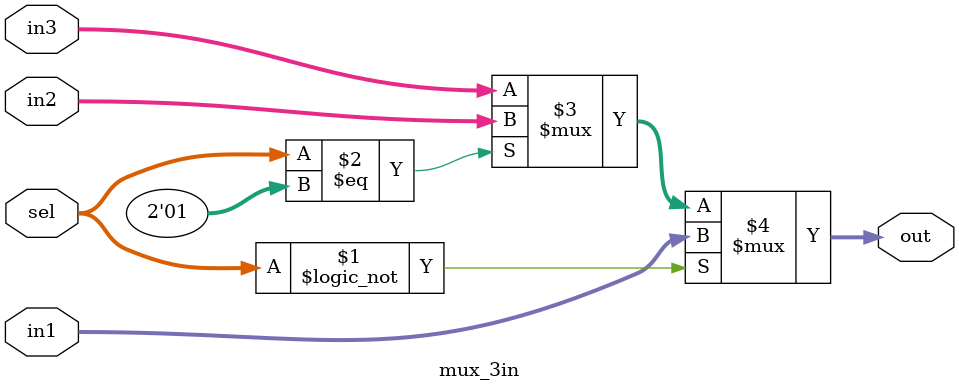
<source format=v>
`timescale 1ns / 1ps
	 
module mux_3in (in1, in2, in3, sel, out);
  input [31:0] in1, in2, in3;
  input [1:0] sel;
  output [31:0] out;

  assign out = (sel == 2'd0) ? in1 :
               (sel == 2'd1) ? in2 : in3;
endmodule 

</source>
